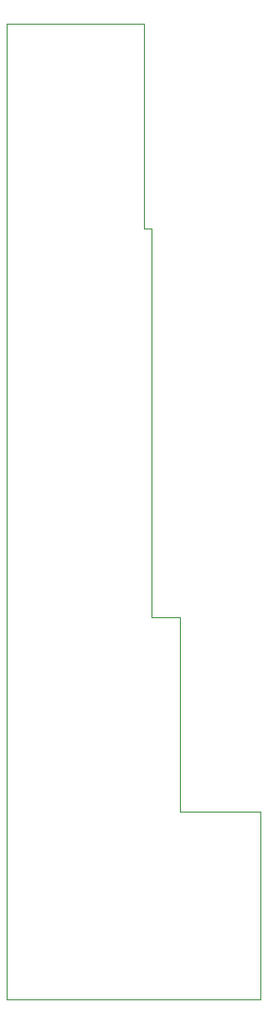
<source format=gbr>
%TF.GenerationSoftware,Altium Limited,Altium Designer,22.6.1 (34)*%
G04 Layer_Color=0*
%FSLAX45Y45*%
%MOMM*%
%TF.SameCoordinates,41C29604-6FBD-4392-AD62-CF0DA8D1722B*%
%TF.FilePolarity,Positive*%
%TF.FileFunction,Profile,NP*%
%TF.Part,CustomerPanel*%
G01*
G75*
%TA.AperFunction,Profile*%
%ADD100C,0.02540*%
D100*
X-165100Y-174982D02*
Y8534400D01*
X1066800D01*
Y6705600D01*
X1130300D01*
Y4978400D01*
X1130299Y3238500D01*
X1384300D01*
X1384300Y1503242D01*
X2108200D01*
Y-174982D01*
X-165100D01*
%TF.MD5,4150778ab310de6e6f1c634d15775427*%
M02*

</source>
